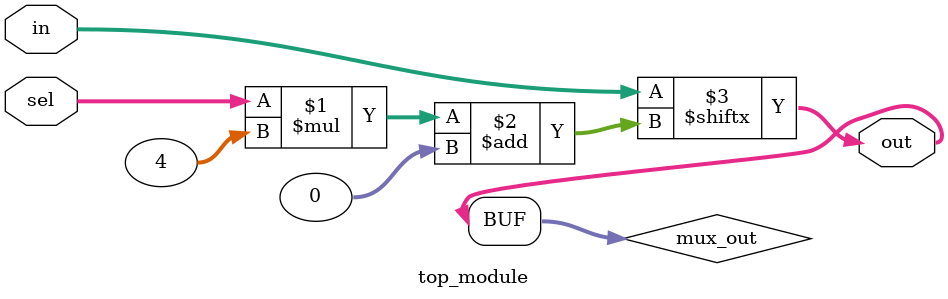
<source format=sv>
module top_module (
   input [1023:0] in,
   input [7:0] sel,
   output [3:0] out
 );

   wire [3:0] mux_out;
   
   assign mux_out = in[sel*4 +: 4];      // Select the corresponding 4-bit input
   
   assign out = mux_out;
  
endmodule

</source>
